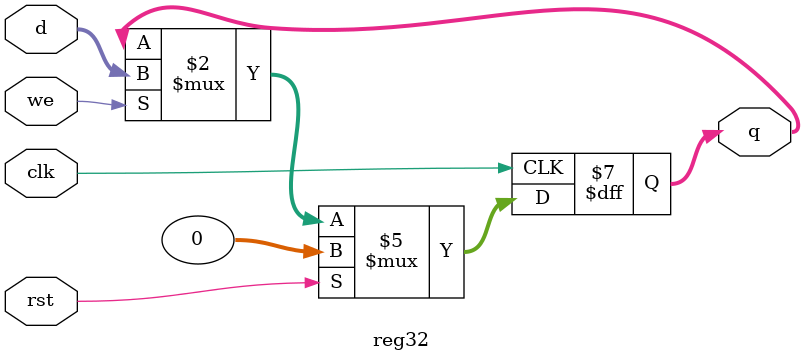
<source format=v>
`timescale 1ns/1ps
module reg32 (
    input wire clk,
    input wire rst,
    input wire we,
    input wire [31:0] d,
    output reg [31:0] q
);
    
always @(posedge clk) begin
    if (rst) begin
        #1
         q <= 0;
    end else if (we) begin
        #1 q <= d;
    end
end

endmodule
</source>
